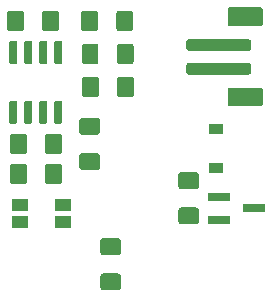
<source format=gbr>
G04 #@! TF.GenerationSoftware,KiCad,Pcbnew,(5.1.2)-2*
G04 #@! TF.CreationDate,2019-09-14T22:41:29+02:00*
G04 #@! TF.ProjectId,PlantWatering,506c616e-7457-4617-9465-72696e672e6b,rev?*
G04 #@! TF.SameCoordinates,Original*
G04 #@! TF.FileFunction,Paste,Top*
G04 #@! TF.FilePolarity,Positive*
%FSLAX46Y46*%
G04 Gerber Fmt 4.6, Leading zero omitted, Abs format (unit mm)*
G04 Created by KiCad (PCBNEW (5.1.2)-2) date 2019-09-14 22:41:29*
%MOMM*%
%LPD*%
G04 APERTURE LIST*
%ADD10C,0.100000*%
%ADD11C,1.600000*%
%ADD12C,1.000000*%
%ADD13R,1.900000X0.800000*%
%ADD14C,1.425000*%
%ADD15R,1.200000X0.900000*%
%ADD16C,0.650000*%
%ADD17R,1.400000X1.050000*%
G04 APERTURE END LIST*
D10*
G36*
X121896504Y-60513204D02*
G01*
X121920773Y-60516804D01*
X121944571Y-60522765D01*
X121967671Y-60531030D01*
X121989849Y-60541520D01*
X122010893Y-60554133D01*
X122030598Y-60568747D01*
X122048777Y-60585223D01*
X122065253Y-60603402D01*
X122079867Y-60623107D01*
X122092480Y-60644151D01*
X122102970Y-60666329D01*
X122111235Y-60689429D01*
X122117196Y-60713227D01*
X122120796Y-60737496D01*
X122122000Y-60762000D01*
X122122000Y-61862000D01*
X122120796Y-61886504D01*
X122117196Y-61910773D01*
X122111235Y-61934571D01*
X122102970Y-61957671D01*
X122092480Y-61979849D01*
X122079867Y-62000893D01*
X122065253Y-62020598D01*
X122048777Y-62038777D01*
X122030598Y-62055253D01*
X122010893Y-62069867D01*
X121989849Y-62082480D01*
X121967671Y-62092970D01*
X121944571Y-62101235D01*
X121920773Y-62107196D01*
X121896504Y-62110796D01*
X121872000Y-62112000D01*
X119372000Y-62112000D01*
X119347496Y-62110796D01*
X119323227Y-62107196D01*
X119299429Y-62101235D01*
X119276329Y-62092970D01*
X119254151Y-62082480D01*
X119233107Y-62069867D01*
X119213402Y-62055253D01*
X119195223Y-62038777D01*
X119178747Y-62020598D01*
X119164133Y-62000893D01*
X119151520Y-61979849D01*
X119141030Y-61957671D01*
X119132765Y-61934571D01*
X119126804Y-61910773D01*
X119123204Y-61886504D01*
X119122000Y-61862000D01*
X119122000Y-60762000D01*
X119123204Y-60737496D01*
X119126804Y-60713227D01*
X119132765Y-60689429D01*
X119141030Y-60666329D01*
X119151520Y-60644151D01*
X119164133Y-60623107D01*
X119178747Y-60603402D01*
X119195223Y-60585223D01*
X119213402Y-60568747D01*
X119233107Y-60554133D01*
X119254151Y-60541520D01*
X119276329Y-60531030D01*
X119299429Y-60522765D01*
X119323227Y-60516804D01*
X119347496Y-60513204D01*
X119372000Y-60512000D01*
X121872000Y-60512000D01*
X121896504Y-60513204D01*
X121896504Y-60513204D01*
G37*
D11*
X120622000Y-61312000D03*
D10*
G36*
X121896504Y-53713204D02*
G01*
X121920773Y-53716804D01*
X121944571Y-53722765D01*
X121967671Y-53731030D01*
X121989849Y-53741520D01*
X122010893Y-53754133D01*
X122030598Y-53768747D01*
X122048777Y-53785223D01*
X122065253Y-53803402D01*
X122079867Y-53823107D01*
X122092480Y-53844151D01*
X122102970Y-53866329D01*
X122111235Y-53889429D01*
X122117196Y-53913227D01*
X122120796Y-53937496D01*
X122122000Y-53962000D01*
X122122000Y-55062000D01*
X122120796Y-55086504D01*
X122117196Y-55110773D01*
X122111235Y-55134571D01*
X122102970Y-55157671D01*
X122092480Y-55179849D01*
X122079867Y-55200893D01*
X122065253Y-55220598D01*
X122048777Y-55238777D01*
X122030598Y-55255253D01*
X122010893Y-55269867D01*
X121989849Y-55282480D01*
X121967671Y-55292970D01*
X121944571Y-55301235D01*
X121920773Y-55307196D01*
X121896504Y-55310796D01*
X121872000Y-55312000D01*
X119372000Y-55312000D01*
X119347496Y-55310796D01*
X119323227Y-55307196D01*
X119299429Y-55301235D01*
X119276329Y-55292970D01*
X119254151Y-55282480D01*
X119233107Y-55269867D01*
X119213402Y-55255253D01*
X119195223Y-55238777D01*
X119178747Y-55220598D01*
X119164133Y-55200893D01*
X119151520Y-55179849D01*
X119141030Y-55157671D01*
X119132765Y-55134571D01*
X119126804Y-55110773D01*
X119123204Y-55086504D01*
X119122000Y-55062000D01*
X119122000Y-53962000D01*
X119123204Y-53937496D01*
X119126804Y-53913227D01*
X119132765Y-53889429D01*
X119141030Y-53866329D01*
X119151520Y-53844151D01*
X119164133Y-53823107D01*
X119178747Y-53803402D01*
X119195223Y-53785223D01*
X119213402Y-53768747D01*
X119233107Y-53754133D01*
X119254151Y-53741520D01*
X119276329Y-53731030D01*
X119299429Y-53722765D01*
X119323227Y-53716804D01*
X119347496Y-53713204D01*
X119372000Y-53712000D01*
X121872000Y-53712000D01*
X121896504Y-53713204D01*
X121896504Y-53713204D01*
G37*
D11*
X120622000Y-54512000D03*
D10*
G36*
X120896504Y-58413204D02*
G01*
X120920773Y-58416804D01*
X120944571Y-58422765D01*
X120967671Y-58431030D01*
X120989849Y-58441520D01*
X121010893Y-58454133D01*
X121030598Y-58468747D01*
X121048777Y-58485223D01*
X121065253Y-58503402D01*
X121079867Y-58523107D01*
X121092480Y-58544151D01*
X121102970Y-58566329D01*
X121111235Y-58589429D01*
X121117196Y-58613227D01*
X121120796Y-58637496D01*
X121122000Y-58662000D01*
X121122000Y-59162000D01*
X121120796Y-59186504D01*
X121117196Y-59210773D01*
X121111235Y-59234571D01*
X121102970Y-59257671D01*
X121092480Y-59279849D01*
X121079867Y-59300893D01*
X121065253Y-59320598D01*
X121048777Y-59338777D01*
X121030598Y-59355253D01*
X121010893Y-59369867D01*
X120989849Y-59382480D01*
X120967671Y-59392970D01*
X120944571Y-59401235D01*
X120920773Y-59407196D01*
X120896504Y-59410796D01*
X120872000Y-59412000D01*
X115872000Y-59412000D01*
X115847496Y-59410796D01*
X115823227Y-59407196D01*
X115799429Y-59401235D01*
X115776329Y-59392970D01*
X115754151Y-59382480D01*
X115733107Y-59369867D01*
X115713402Y-59355253D01*
X115695223Y-59338777D01*
X115678747Y-59320598D01*
X115664133Y-59300893D01*
X115651520Y-59279849D01*
X115641030Y-59257671D01*
X115632765Y-59234571D01*
X115626804Y-59210773D01*
X115623204Y-59186504D01*
X115622000Y-59162000D01*
X115622000Y-58662000D01*
X115623204Y-58637496D01*
X115626804Y-58613227D01*
X115632765Y-58589429D01*
X115641030Y-58566329D01*
X115651520Y-58544151D01*
X115664133Y-58523107D01*
X115678747Y-58503402D01*
X115695223Y-58485223D01*
X115713402Y-58468747D01*
X115733107Y-58454133D01*
X115754151Y-58441520D01*
X115776329Y-58431030D01*
X115799429Y-58422765D01*
X115823227Y-58416804D01*
X115847496Y-58413204D01*
X115872000Y-58412000D01*
X120872000Y-58412000D01*
X120896504Y-58413204D01*
X120896504Y-58413204D01*
G37*
D12*
X118372000Y-58912000D03*
D10*
G36*
X120896504Y-56413204D02*
G01*
X120920773Y-56416804D01*
X120944571Y-56422765D01*
X120967671Y-56431030D01*
X120989849Y-56441520D01*
X121010893Y-56454133D01*
X121030598Y-56468747D01*
X121048777Y-56485223D01*
X121065253Y-56503402D01*
X121079867Y-56523107D01*
X121092480Y-56544151D01*
X121102970Y-56566329D01*
X121111235Y-56589429D01*
X121117196Y-56613227D01*
X121120796Y-56637496D01*
X121122000Y-56662000D01*
X121122000Y-57162000D01*
X121120796Y-57186504D01*
X121117196Y-57210773D01*
X121111235Y-57234571D01*
X121102970Y-57257671D01*
X121092480Y-57279849D01*
X121079867Y-57300893D01*
X121065253Y-57320598D01*
X121048777Y-57338777D01*
X121030598Y-57355253D01*
X121010893Y-57369867D01*
X120989849Y-57382480D01*
X120967671Y-57392970D01*
X120944571Y-57401235D01*
X120920773Y-57407196D01*
X120896504Y-57410796D01*
X120872000Y-57412000D01*
X115872000Y-57412000D01*
X115847496Y-57410796D01*
X115823227Y-57407196D01*
X115799429Y-57401235D01*
X115776329Y-57392970D01*
X115754151Y-57382480D01*
X115733107Y-57369867D01*
X115713402Y-57355253D01*
X115695223Y-57338777D01*
X115678747Y-57320598D01*
X115664133Y-57300893D01*
X115651520Y-57279849D01*
X115641030Y-57257671D01*
X115632765Y-57234571D01*
X115626804Y-57210773D01*
X115623204Y-57186504D01*
X115622000Y-57162000D01*
X115622000Y-56662000D01*
X115623204Y-56637496D01*
X115626804Y-56613227D01*
X115632765Y-56589429D01*
X115641030Y-56566329D01*
X115651520Y-56544151D01*
X115664133Y-56523107D01*
X115678747Y-56503402D01*
X115695223Y-56485223D01*
X115713402Y-56468747D01*
X115733107Y-56454133D01*
X115754151Y-56441520D01*
X115776329Y-56431030D01*
X115799429Y-56422765D01*
X115823227Y-56416804D01*
X115847496Y-56413204D01*
X115872000Y-56412000D01*
X120872000Y-56412000D01*
X120896504Y-56413204D01*
X120896504Y-56413204D01*
G37*
D12*
X118372000Y-56912000D03*
D13*
X118364000Y-69789000D03*
X118364000Y-71689000D03*
X121364000Y-70739000D03*
D10*
G36*
X109869504Y-73275704D02*
G01*
X109893773Y-73279304D01*
X109917571Y-73285265D01*
X109940671Y-73293530D01*
X109962849Y-73304020D01*
X109983893Y-73316633D01*
X110003598Y-73331247D01*
X110021777Y-73347723D01*
X110038253Y-73365902D01*
X110052867Y-73385607D01*
X110065480Y-73406651D01*
X110075970Y-73428829D01*
X110084235Y-73451929D01*
X110090196Y-73475727D01*
X110093796Y-73499996D01*
X110095000Y-73524500D01*
X110095000Y-74449500D01*
X110093796Y-74474004D01*
X110090196Y-74498273D01*
X110084235Y-74522071D01*
X110075970Y-74545171D01*
X110065480Y-74567349D01*
X110052867Y-74588393D01*
X110038253Y-74608098D01*
X110021777Y-74626277D01*
X110003598Y-74642753D01*
X109983893Y-74657367D01*
X109962849Y-74669980D01*
X109940671Y-74680470D01*
X109917571Y-74688735D01*
X109893773Y-74694696D01*
X109869504Y-74698296D01*
X109845000Y-74699500D01*
X108595000Y-74699500D01*
X108570496Y-74698296D01*
X108546227Y-74694696D01*
X108522429Y-74688735D01*
X108499329Y-74680470D01*
X108477151Y-74669980D01*
X108456107Y-74657367D01*
X108436402Y-74642753D01*
X108418223Y-74626277D01*
X108401747Y-74608098D01*
X108387133Y-74588393D01*
X108374520Y-74567349D01*
X108364030Y-74545171D01*
X108355765Y-74522071D01*
X108349804Y-74498273D01*
X108346204Y-74474004D01*
X108345000Y-74449500D01*
X108345000Y-73524500D01*
X108346204Y-73499996D01*
X108349804Y-73475727D01*
X108355765Y-73451929D01*
X108364030Y-73428829D01*
X108374520Y-73406651D01*
X108387133Y-73385607D01*
X108401747Y-73365902D01*
X108418223Y-73347723D01*
X108436402Y-73331247D01*
X108456107Y-73316633D01*
X108477151Y-73304020D01*
X108499329Y-73293530D01*
X108522429Y-73285265D01*
X108546227Y-73279304D01*
X108570496Y-73275704D01*
X108595000Y-73274500D01*
X109845000Y-73274500D01*
X109869504Y-73275704D01*
X109869504Y-73275704D01*
G37*
D14*
X109220000Y-73987000D03*
D10*
G36*
X109869504Y-76250704D02*
G01*
X109893773Y-76254304D01*
X109917571Y-76260265D01*
X109940671Y-76268530D01*
X109962849Y-76279020D01*
X109983893Y-76291633D01*
X110003598Y-76306247D01*
X110021777Y-76322723D01*
X110038253Y-76340902D01*
X110052867Y-76360607D01*
X110065480Y-76381651D01*
X110075970Y-76403829D01*
X110084235Y-76426929D01*
X110090196Y-76450727D01*
X110093796Y-76474996D01*
X110095000Y-76499500D01*
X110095000Y-77424500D01*
X110093796Y-77449004D01*
X110090196Y-77473273D01*
X110084235Y-77497071D01*
X110075970Y-77520171D01*
X110065480Y-77542349D01*
X110052867Y-77563393D01*
X110038253Y-77583098D01*
X110021777Y-77601277D01*
X110003598Y-77617753D01*
X109983893Y-77632367D01*
X109962849Y-77644980D01*
X109940671Y-77655470D01*
X109917571Y-77663735D01*
X109893773Y-77669696D01*
X109869504Y-77673296D01*
X109845000Y-77674500D01*
X108595000Y-77674500D01*
X108570496Y-77673296D01*
X108546227Y-77669696D01*
X108522429Y-77663735D01*
X108499329Y-77655470D01*
X108477151Y-77644980D01*
X108456107Y-77632367D01*
X108436402Y-77617753D01*
X108418223Y-77601277D01*
X108401747Y-77583098D01*
X108387133Y-77563393D01*
X108374520Y-77542349D01*
X108364030Y-77520171D01*
X108355765Y-77497071D01*
X108349804Y-77473273D01*
X108346204Y-77449004D01*
X108345000Y-77424500D01*
X108345000Y-76499500D01*
X108346204Y-76474996D01*
X108349804Y-76450727D01*
X108355765Y-76426929D01*
X108364030Y-76403829D01*
X108374520Y-76381651D01*
X108387133Y-76360607D01*
X108401747Y-76340902D01*
X108418223Y-76322723D01*
X108436402Y-76306247D01*
X108456107Y-76291633D01*
X108477151Y-76279020D01*
X108499329Y-76268530D01*
X108522429Y-76260265D01*
X108546227Y-76254304D01*
X108570496Y-76250704D01*
X108595000Y-76249500D01*
X109845000Y-76249500D01*
X109869504Y-76250704D01*
X109869504Y-76250704D01*
G37*
D14*
X109220000Y-76962000D03*
D10*
G36*
X108091504Y-63079204D02*
G01*
X108115773Y-63082804D01*
X108139571Y-63088765D01*
X108162671Y-63097030D01*
X108184849Y-63107520D01*
X108205893Y-63120133D01*
X108225598Y-63134747D01*
X108243777Y-63151223D01*
X108260253Y-63169402D01*
X108274867Y-63189107D01*
X108287480Y-63210151D01*
X108297970Y-63232329D01*
X108306235Y-63255429D01*
X108312196Y-63279227D01*
X108315796Y-63303496D01*
X108317000Y-63328000D01*
X108317000Y-64253000D01*
X108315796Y-64277504D01*
X108312196Y-64301773D01*
X108306235Y-64325571D01*
X108297970Y-64348671D01*
X108287480Y-64370849D01*
X108274867Y-64391893D01*
X108260253Y-64411598D01*
X108243777Y-64429777D01*
X108225598Y-64446253D01*
X108205893Y-64460867D01*
X108184849Y-64473480D01*
X108162671Y-64483970D01*
X108139571Y-64492235D01*
X108115773Y-64498196D01*
X108091504Y-64501796D01*
X108067000Y-64503000D01*
X106817000Y-64503000D01*
X106792496Y-64501796D01*
X106768227Y-64498196D01*
X106744429Y-64492235D01*
X106721329Y-64483970D01*
X106699151Y-64473480D01*
X106678107Y-64460867D01*
X106658402Y-64446253D01*
X106640223Y-64429777D01*
X106623747Y-64411598D01*
X106609133Y-64391893D01*
X106596520Y-64370849D01*
X106586030Y-64348671D01*
X106577765Y-64325571D01*
X106571804Y-64301773D01*
X106568204Y-64277504D01*
X106567000Y-64253000D01*
X106567000Y-63328000D01*
X106568204Y-63303496D01*
X106571804Y-63279227D01*
X106577765Y-63255429D01*
X106586030Y-63232329D01*
X106596520Y-63210151D01*
X106609133Y-63189107D01*
X106623747Y-63169402D01*
X106640223Y-63151223D01*
X106658402Y-63134747D01*
X106678107Y-63120133D01*
X106699151Y-63107520D01*
X106721329Y-63097030D01*
X106744429Y-63088765D01*
X106768227Y-63082804D01*
X106792496Y-63079204D01*
X106817000Y-63078000D01*
X108067000Y-63078000D01*
X108091504Y-63079204D01*
X108091504Y-63079204D01*
G37*
D14*
X107442000Y-63790500D03*
D10*
G36*
X108091504Y-66054204D02*
G01*
X108115773Y-66057804D01*
X108139571Y-66063765D01*
X108162671Y-66072030D01*
X108184849Y-66082520D01*
X108205893Y-66095133D01*
X108225598Y-66109747D01*
X108243777Y-66126223D01*
X108260253Y-66144402D01*
X108274867Y-66164107D01*
X108287480Y-66185151D01*
X108297970Y-66207329D01*
X108306235Y-66230429D01*
X108312196Y-66254227D01*
X108315796Y-66278496D01*
X108317000Y-66303000D01*
X108317000Y-67228000D01*
X108315796Y-67252504D01*
X108312196Y-67276773D01*
X108306235Y-67300571D01*
X108297970Y-67323671D01*
X108287480Y-67345849D01*
X108274867Y-67366893D01*
X108260253Y-67386598D01*
X108243777Y-67404777D01*
X108225598Y-67421253D01*
X108205893Y-67435867D01*
X108184849Y-67448480D01*
X108162671Y-67458970D01*
X108139571Y-67467235D01*
X108115773Y-67473196D01*
X108091504Y-67476796D01*
X108067000Y-67478000D01*
X106817000Y-67478000D01*
X106792496Y-67476796D01*
X106768227Y-67473196D01*
X106744429Y-67467235D01*
X106721329Y-67458970D01*
X106699151Y-67448480D01*
X106678107Y-67435867D01*
X106658402Y-67421253D01*
X106640223Y-67404777D01*
X106623747Y-67386598D01*
X106609133Y-67366893D01*
X106596520Y-67345849D01*
X106586030Y-67323671D01*
X106577765Y-67300571D01*
X106571804Y-67276773D01*
X106568204Y-67252504D01*
X106567000Y-67228000D01*
X106567000Y-66303000D01*
X106568204Y-66278496D01*
X106571804Y-66254227D01*
X106577765Y-66230429D01*
X106586030Y-66207329D01*
X106596520Y-66185151D01*
X106609133Y-66164107D01*
X106623747Y-66144402D01*
X106640223Y-66126223D01*
X106658402Y-66109747D01*
X106678107Y-66095133D01*
X106699151Y-66082520D01*
X106721329Y-66072030D01*
X106744429Y-66063765D01*
X106768227Y-66057804D01*
X106792496Y-66054204D01*
X106817000Y-66053000D01*
X108067000Y-66053000D01*
X108091504Y-66054204D01*
X108091504Y-66054204D01*
G37*
D14*
X107442000Y-66765500D03*
D10*
G36*
X110977004Y-59578204D02*
G01*
X111001273Y-59581804D01*
X111025071Y-59587765D01*
X111048171Y-59596030D01*
X111070349Y-59606520D01*
X111091393Y-59619133D01*
X111111098Y-59633747D01*
X111129277Y-59650223D01*
X111145753Y-59668402D01*
X111160367Y-59688107D01*
X111172980Y-59709151D01*
X111183470Y-59731329D01*
X111191735Y-59754429D01*
X111197696Y-59778227D01*
X111201296Y-59802496D01*
X111202500Y-59827000D01*
X111202500Y-61077000D01*
X111201296Y-61101504D01*
X111197696Y-61125773D01*
X111191735Y-61149571D01*
X111183470Y-61172671D01*
X111172980Y-61194849D01*
X111160367Y-61215893D01*
X111145753Y-61235598D01*
X111129277Y-61253777D01*
X111111098Y-61270253D01*
X111091393Y-61284867D01*
X111070349Y-61297480D01*
X111048171Y-61307970D01*
X111025071Y-61316235D01*
X111001273Y-61322196D01*
X110977004Y-61325796D01*
X110952500Y-61327000D01*
X110027500Y-61327000D01*
X110002996Y-61325796D01*
X109978727Y-61322196D01*
X109954929Y-61316235D01*
X109931829Y-61307970D01*
X109909651Y-61297480D01*
X109888607Y-61284867D01*
X109868902Y-61270253D01*
X109850723Y-61253777D01*
X109834247Y-61235598D01*
X109819633Y-61215893D01*
X109807020Y-61194849D01*
X109796530Y-61172671D01*
X109788265Y-61149571D01*
X109782304Y-61125773D01*
X109778704Y-61101504D01*
X109777500Y-61077000D01*
X109777500Y-59827000D01*
X109778704Y-59802496D01*
X109782304Y-59778227D01*
X109788265Y-59754429D01*
X109796530Y-59731329D01*
X109807020Y-59709151D01*
X109819633Y-59688107D01*
X109834247Y-59668402D01*
X109850723Y-59650223D01*
X109868902Y-59633747D01*
X109888607Y-59619133D01*
X109909651Y-59606520D01*
X109931829Y-59596030D01*
X109954929Y-59587765D01*
X109978727Y-59581804D01*
X110002996Y-59578204D01*
X110027500Y-59577000D01*
X110952500Y-59577000D01*
X110977004Y-59578204D01*
X110977004Y-59578204D01*
G37*
D14*
X110490000Y-60452000D03*
D10*
G36*
X108002004Y-59578204D02*
G01*
X108026273Y-59581804D01*
X108050071Y-59587765D01*
X108073171Y-59596030D01*
X108095349Y-59606520D01*
X108116393Y-59619133D01*
X108136098Y-59633747D01*
X108154277Y-59650223D01*
X108170753Y-59668402D01*
X108185367Y-59688107D01*
X108197980Y-59709151D01*
X108208470Y-59731329D01*
X108216735Y-59754429D01*
X108222696Y-59778227D01*
X108226296Y-59802496D01*
X108227500Y-59827000D01*
X108227500Y-61077000D01*
X108226296Y-61101504D01*
X108222696Y-61125773D01*
X108216735Y-61149571D01*
X108208470Y-61172671D01*
X108197980Y-61194849D01*
X108185367Y-61215893D01*
X108170753Y-61235598D01*
X108154277Y-61253777D01*
X108136098Y-61270253D01*
X108116393Y-61284867D01*
X108095349Y-61297480D01*
X108073171Y-61307970D01*
X108050071Y-61316235D01*
X108026273Y-61322196D01*
X108002004Y-61325796D01*
X107977500Y-61327000D01*
X107052500Y-61327000D01*
X107027996Y-61325796D01*
X107003727Y-61322196D01*
X106979929Y-61316235D01*
X106956829Y-61307970D01*
X106934651Y-61297480D01*
X106913607Y-61284867D01*
X106893902Y-61270253D01*
X106875723Y-61253777D01*
X106859247Y-61235598D01*
X106844633Y-61215893D01*
X106832020Y-61194849D01*
X106821530Y-61172671D01*
X106813265Y-61149571D01*
X106807304Y-61125773D01*
X106803704Y-61101504D01*
X106802500Y-61077000D01*
X106802500Y-59827000D01*
X106803704Y-59802496D01*
X106807304Y-59778227D01*
X106813265Y-59754429D01*
X106821530Y-59731329D01*
X106832020Y-59709151D01*
X106844633Y-59688107D01*
X106859247Y-59668402D01*
X106875723Y-59650223D01*
X106893902Y-59633747D01*
X106913607Y-59619133D01*
X106934651Y-59606520D01*
X106956829Y-59596030D01*
X106979929Y-59587765D01*
X107003727Y-59581804D01*
X107027996Y-59578204D01*
X107052500Y-59577000D01*
X107977500Y-59577000D01*
X108002004Y-59578204D01*
X108002004Y-59578204D01*
G37*
D14*
X107515000Y-60452000D03*
D10*
G36*
X104881004Y-66944204D02*
G01*
X104905273Y-66947804D01*
X104929071Y-66953765D01*
X104952171Y-66962030D01*
X104974349Y-66972520D01*
X104995393Y-66985133D01*
X105015098Y-66999747D01*
X105033277Y-67016223D01*
X105049753Y-67034402D01*
X105064367Y-67054107D01*
X105076980Y-67075151D01*
X105087470Y-67097329D01*
X105095735Y-67120429D01*
X105101696Y-67144227D01*
X105105296Y-67168496D01*
X105106500Y-67193000D01*
X105106500Y-68443000D01*
X105105296Y-68467504D01*
X105101696Y-68491773D01*
X105095735Y-68515571D01*
X105087470Y-68538671D01*
X105076980Y-68560849D01*
X105064367Y-68581893D01*
X105049753Y-68601598D01*
X105033277Y-68619777D01*
X105015098Y-68636253D01*
X104995393Y-68650867D01*
X104974349Y-68663480D01*
X104952171Y-68673970D01*
X104929071Y-68682235D01*
X104905273Y-68688196D01*
X104881004Y-68691796D01*
X104856500Y-68693000D01*
X103931500Y-68693000D01*
X103906996Y-68691796D01*
X103882727Y-68688196D01*
X103858929Y-68682235D01*
X103835829Y-68673970D01*
X103813651Y-68663480D01*
X103792607Y-68650867D01*
X103772902Y-68636253D01*
X103754723Y-68619777D01*
X103738247Y-68601598D01*
X103723633Y-68581893D01*
X103711020Y-68560849D01*
X103700530Y-68538671D01*
X103692265Y-68515571D01*
X103686304Y-68491773D01*
X103682704Y-68467504D01*
X103681500Y-68443000D01*
X103681500Y-67193000D01*
X103682704Y-67168496D01*
X103686304Y-67144227D01*
X103692265Y-67120429D01*
X103700530Y-67097329D01*
X103711020Y-67075151D01*
X103723633Y-67054107D01*
X103738247Y-67034402D01*
X103754723Y-67016223D01*
X103772902Y-66999747D01*
X103792607Y-66985133D01*
X103813651Y-66972520D01*
X103835829Y-66962030D01*
X103858929Y-66953765D01*
X103882727Y-66947804D01*
X103906996Y-66944204D01*
X103931500Y-66943000D01*
X104856500Y-66943000D01*
X104881004Y-66944204D01*
X104881004Y-66944204D01*
G37*
D14*
X104394000Y-67818000D03*
D10*
G36*
X101906004Y-66944204D02*
G01*
X101930273Y-66947804D01*
X101954071Y-66953765D01*
X101977171Y-66962030D01*
X101999349Y-66972520D01*
X102020393Y-66985133D01*
X102040098Y-66999747D01*
X102058277Y-67016223D01*
X102074753Y-67034402D01*
X102089367Y-67054107D01*
X102101980Y-67075151D01*
X102112470Y-67097329D01*
X102120735Y-67120429D01*
X102126696Y-67144227D01*
X102130296Y-67168496D01*
X102131500Y-67193000D01*
X102131500Y-68443000D01*
X102130296Y-68467504D01*
X102126696Y-68491773D01*
X102120735Y-68515571D01*
X102112470Y-68538671D01*
X102101980Y-68560849D01*
X102089367Y-68581893D01*
X102074753Y-68601598D01*
X102058277Y-68619777D01*
X102040098Y-68636253D01*
X102020393Y-68650867D01*
X101999349Y-68663480D01*
X101977171Y-68673970D01*
X101954071Y-68682235D01*
X101930273Y-68688196D01*
X101906004Y-68691796D01*
X101881500Y-68693000D01*
X100956500Y-68693000D01*
X100931996Y-68691796D01*
X100907727Y-68688196D01*
X100883929Y-68682235D01*
X100860829Y-68673970D01*
X100838651Y-68663480D01*
X100817607Y-68650867D01*
X100797902Y-68636253D01*
X100779723Y-68619777D01*
X100763247Y-68601598D01*
X100748633Y-68581893D01*
X100736020Y-68560849D01*
X100725530Y-68538671D01*
X100717265Y-68515571D01*
X100711304Y-68491773D01*
X100707704Y-68467504D01*
X100706500Y-68443000D01*
X100706500Y-67193000D01*
X100707704Y-67168496D01*
X100711304Y-67144227D01*
X100717265Y-67120429D01*
X100725530Y-67097329D01*
X100736020Y-67075151D01*
X100748633Y-67054107D01*
X100763247Y-67034402D01*
X100779723Y-67016223D01*
X100797902Y-66999747D01*
X100817607Y-66985133D01*
X100838651Y-66972520D01*
X100860829Y-66962030D01*
X100883929Y-66953765D01*
X100907727Y-66947804D01*
X100931996Y-66944204D01*
X100956500Y-66943000D01*
X101881500Y-66943000D01*
X101906004Y-66944204D01*
X101906004Y-66944204D01*
G37*
D14*
X101419000Y-67818000D03*
D10*
G36*
X101906004Y-64404204D02*
G01*
X101930273Y-64407804D01*
X101954071Y-64413765D01*
X101977171Y-64422030D01*
X101999349Y-64432520D01*
X102020393Y-64445133D01*
X102040098Y-64459747D01*
X102058277Y-64476223D01*
X102074753Y-64494402D01*
X102089367Y-64514107D01*
X102101980Y-64535151D01*
X102112470Y-64557329D01*
X102120735Y-64580429D01*
X102126696Y-64604227D01*
X102130296Y-64628496D01*
X102131500Y-64653000D01*
X102131500Y-65903000D01*
X102130296Y-65927504D01*
X102126696Y-65951773D01*
X102120735Y-65975571D01*
X102112470Y-65998671D01*
X102101980Y-66020849D01*
X102089367Y-66041893D01*
X102074753Y-66061598D01*
X102058277Y-66079777D01*
X102040098Y-66096253D01*
X102020393Y-66110867D01*
X101999349Y-66123480D01*
X101977171Y-66133970D01*
X101954071Y-66142235D01*
X101930273Y-66148196D01*
X101906004Y-66151796D01*
X101881500Y-66153000D01*
X100956500Y-66153000D01*
X100931996Y-66151796D01*
X100907727Y-66148196D01*
X100883929Y-66142235D01*
X100860829Y-66133970D01*
X100838651Y-66123480D01*
X100817607Y-66110867D01*
X100797902Y-66096253D01*
X100779723Y-66079777D01*
X100763247Y-66061598D01*
X100748633Y-66041893D01*
X100736020Y-66020849D01*
X100725530Y-65998671D01*
X100717265Y-65975571D01*
X100711304Y-65951773D01*
X100707704Y-65927504D01*
X100706500Y-65903000D01*
X100706500Y-64653000D01*
X100707704Y-64628496D01*
X100711304Y-64604227D01*
X100717265Y-64580429D01*
X100725530Y-64557329D01*
X100736020Y-64535151D01*
X100748633Y-64514107D01*
X100763247Y-64494402D01*
X100779723Y-64476223D01*
X100797902Y-64459747D01*
X100817607Y-64445133D01*
X100838651Y-64432520D01*
X100860829Y-64422030D01*
X100883929Y-64413765D01*
X100907727Y-64407804D01*
X100931996Y-64404204D01*
X100956500Y-64403000D01*
X101881500Y-64403000D01*
X101906004Y-64404204D01*
X101906004Y-64404204D01*
G37*
D14*
X101419000Y-65278000D03*
D10*
G36*
X104881004Y-64404204D02*
G01*
X104905273Y-64407804D01*
X104929071Y-64413765D01*
X104952171Y-64422030D01*
X104974349Y-64432520D01*
X104995393Y-64445133D01*
X105015098Y-64459747D01*
X105033277Y-64476223D01*
X105049753Y-64494402D01*
X105064367Y-64514107D01*
X105076980Y-64535151D01*
X105087470Y-64557329D01*
X105095735Y-64580429D01*
X105101696Y-64604227D01*
X105105296Y-64628496D01*
X105106500Y-64653000D01*
X105106500Y-65903000D01*
X105105296Y-65927504D01*
X105101696Y-65951773D01*
X105095735Y-65975571D01*
X105087470Y-65998671D01*
X105076980Y-66020849D01*
X105064367Y-66041893D01*
X105049753Y-66061598D01*
X105033277Y-66079777D01*
X105015098Y-66096253D01*
X104995393Y-66110867D01*
X104974349Y-66123480D01*
X104952171Y-66133970D01*
X104929071Y-66142235D01*
X104905273Y-66148196D01*
X104881004Y-66151796D01*
X104856500Y-66153000D01*
X103931500Y-66153000D01*
X103906996Y-66151796D01*
X103882727Y-66148196D01*
X103858929Y-66142235D01*
X103835829Y-66133970D01*
X103813651Y-66123480D01*
X103792607Y-66110867D01*
X103772902Y-66096253D01*
X103754723Y-66079777D01*
X103738247Y-66061598D01*
X103723633Y-66041893D01*
X103711020Y-66020849D01*
X103700530Y-65998671D01*
X103692265Y-65975571D01*
X103686304Y-65951773D01*
X103682704Y-65927504D01*
X103681500Y-65903000D01*
X103681500Y-64653000D01*
X103682704Y-64628496D01*
X103686304Y-64604227D01*
X103692265Y-64580429D01*
X103700530Y-64557329D01*
X103711020Y-64535151D01*
X103723633Y-64514107D01*
X103738247Y-64494402D01*
X103754723Y-64476223D01*
X103772902Y-64459747D01*
X103792607Y-64445133D01*
X103813651Y-64432520D01*
X103835829Y-64422030D01*
X103858929Y-64413765D01*
X103882727Y-64407804D01*
X103906996Y-64404204D01*
X103931500Y-64403000D01*
X104856500Y-64403000D01*
X104881004Y-64404204D01*
X104881004Y-64404204D01*
G37*
D14*
X104394000Y-65278000D03*
D10*
G36*
X110904004Y-53990204D02*
G01*
X110928273Y-53993804D01*
X110952071Y-53999765D01*
X110975171Y-54008030D01*
X110997349Y-54018520D01*
X111018393Y-54031133D01*
X111038098Y-54045747D01*
X111056277Y-54062223D01*
X111072753Y-54080402D01*
X111087367Y-54100107D01*
X111099980Y-54121151D01*
X111110470Y-54143329D01*
X111118735Y-54166429D01*
X111124696Y-54190227D01*
X111128296Y-54214496D01*
X111129500Y-54239000D01*
X111129500Y-55489000D01*
X111128296Y-55513504D01*
X111124696Y-55537773D01*
X111118735Y-55561571D01*
X111110470Y-55584671D01*
X111099980Y-55606849D01*
X111087367Y-55627893D01*
X111072753Y-55647598D01*
X111056277Y-55665777D01*
X111038098Y-55682253D01*
X111018393Y-55696867D01*
X110997349Y-55709480D01*
X110975171Y-55719970D01*
X110952071Y-55728235D01*
X110928273Y-55734196D01*
X110904004Y-55737796D01*
X110879500Y-55739000D01*
X109954500Y-55739000D01*
X109929996Y-55737796D01*
X109905727Y-55734196D01*
X109881929Y-55728235D01*
X109858829Y-55719970D01*
X109836651Y-55709480D01*
X109815607Y-55696867D01*
X109795902Y-55682253D01*
X109777723Y-55665777D01*
X109761247Y-55647598D01*
X109746633Y-55627893D01*
X109734020Y-55606849D01*
X109723530Y-55584671D01*
X109715265Y-55561571D01*
X109709304Y-55537773D01*
X109705704Y-55513504D01*
X109704500Y-55489000D01*
X109704500Y-54239000D01*
X109705704Y-54214496D01*
X109709304Y-54190227D01*
X109715265Y-54166429D01*
X109723530Y-54143329D01*
X109734020Y-54121151D01*
X109746633Y-54100107D01*
X109761247Y-54080402D01*
X109777723Y-54062223D01*
X109795902Y-54045747D01*
X109815607Y-54031133D01*
X109836651Y-54018520D01*
X109858829Y-54008030D01*
X109881929Y-53999765D01*
X109905727Y-53993804D01*
X109929996Y-53990204D01*
X109954500Y-53989000D01*
X110879500Y-53989000D01*
X110904004Y-53990204D01*
X110904004Y-53990204D01*
G37*
D14*
X110417000Y-54864000D03*
D10*
G36*
X107929004Y-53990204D02*
G01*
X107953273Y-53993804D01*
X107977071Y-53999765D01*
X108000171Y-54008030D01*
X108022349Y-54018520D01*
X108043393Y-54031133D01*
X108063098Y-54045747D01*
X108081277Y-54062223D01*
X108097753Y-54080402D01*
X108112367Y-54100107D01*
X108124980Y-54121151D01*
X108135470Y-54143329D01*
X108143735Y-54166429D01*
X108149696Y-54190227D01*
X108153296Y-54214496D01*
X108154500Y-54239000D01*
X108154500Y-55489000D01*
X108153296Y-55513504D01*
X108149696Y-55537773D01*
X108143735Y-55561571D01*
X108135470Y-55584671D01*
X108124980Y-55606849D01*
X108112367Y-55627893D01*
X108097753Y-55647598D01*
X108081277Y-55665777D01*
X108063098Y-55682253D01*
X108043393Y-55696867D01*
X108022349Y-55709480D01*
X108000171Y-55719970D01*
X107977071Y-55728235D01*
X107953273Y-55734196D01*
X107929004Y-55737796D01*
X107904500Y-55739000D01*
X106979500Y-55739000D01*
X106954996Y-55737796D01*
X106930727Y-55734196D01*
X106906929Y-55728235D01*
X106883829Y-55719970D01*
X106861651Y-55709480D01*
X106840607Y-55696867D01*
X106820902Y-55682253D01*
X106802723Y-55665777D01*
X106786247Y-55647598D01*
X106771633Y-55627893D01*
X106759020Y-55606849D01*
X106748530Y-55584671D01*
X106740265Y-55561571D01*
X106734304Y-55537773D01*
X106730704Y-55513504D01*
X106729500Y-55489000D01*
X106729500Y-54239000D01*
X106730704Y-54214496D01*
X106734304Y-54190227D01*
X106740265Y-54166429D01*
X106748530Y-54143329D01*
X106759020Y-54121151D01*
X106771633Y-54100107D01*
X106786247Y-54080402D01*
X106802723Y-54062223D01*
X106820902Y-54045747D01*
X106840607Y-54031133D01*
X106861651Y-54018520D01*
X106883829Y-54008030D01*
X106906929Y-53999765D01*
X106930727Y-53993804D01*
X106954996Y-53990204D01*
X106979500Y-53989000D01*
X107904500Y-53989000D01*
X107929004Y-53990204D01*
X107929004Y-53990204D01*
G37*
D14*
X107442000Y-54864000D03*
D10*
G36*
X104627004Y-53990204D02*
G01*
X104651273Y-53993804D01*
X104675071Y-53999765D01*
X104698171Y-54008030D01*
X104720349Y-54018520D01*
X104741393Y-54031133D01*
X104761098Y-54045747D01*
X104779277Y-54062223D01*
X104795753Y-54080402D01*
X104810367Y-54100107D01*
X104822980Y-54121151D01*
X104833470Y-54143329D01*
X104841735Y-54166429D01*
X104847696Y-54190227D01*
X104851296Y-54214496D01*
X104852500Y-54239000D01*
X104852500Y-55489000D01*
X104851296Y-55513504D01*
X104847696Y-55537773D01*
X104841735Y-55561571D01*
X104833470Y-55584671D01*
X104822980Y-55606849D01*
X104810367Y-55627893D01*
X104795753Y-55647598D01*
X104779277Y-55665777D01*
X104761098Y-55682253D01*
X104741393Y-55696867D01*
X104720349Y-55709480D01*
X104698171Y-55719970D01*
X104675071Y-55728235D01*
X104651273Y-55734196D01*
X104627004Y-55737796D01*
X104602500Y-55739000D01*
X103677500Y-55739000D01*
X103652996Y-55737796D01*
X103628727Y-55734196D01*
X103604929Y-55728235D01*
X103581829Y-55719970D01*
X103559651Y-55709480D01*
X103538607Y-55696867D01*
X103518902Y-55682253D01*
X103500723Y-55665777D01*
X103484247Y-55647598D01*
X103469633Y-55627893D01*
X103457020Y-55606849D01*
X103446530Y-55584671D01*
X103438265Y-55561571D01*
X103432304Y-55537773D01*
X103428704Y-55513504D01*
X103427500Y-55489000D01*
X103427500Y-54239000D01*
X103428704Y-54214496D01*
X103432304Y-54190227D01*
X103438265Y-54166429D01*
X103446530Y-54143329D01*
X103457020Y-54121151D01*
X103469633Y-54100107D01*
X103484247Y-54080402D01*
X103500723Y-54062223D01*
X103518902Y-54045747D01*
X103538607Y-54031133D01*
X103559651Y-54018520D01*
X103581829Y-54008030D01*
X103604929Y-53999765D01*
X103628727Y-53993804D01*
X103652996Y-53990204D01*
X103677500Y-53989000D01*
X104602500Y-53989000D01*
X104627004Y-53990204D01*
X104627004Y-53990204D01*
G37*
D14*
X104140000Y-54864000D03*
D10*
G36*
X101652004Y-53990204D02*
G01*
X101676273Y-53993804D01*
X101700071Y-53999765D01*
X101723171Y-54008030D01*
X101745349Y-54018520D01*
X101766393Y-54031133D01*
X101786098Y-54045747D01*
X101804277Y-54062223D01*
X101820753Y-54080402D01*
X101835367Y-54100107D01*
X101847980Y-54121151D01*
X101858470Y-54143329D01*
X101866735Y-54166429D01*
X101872696Y-54190227D01*
X101876296Y-54214496D01*
X101877500Y-54239000D01*
X101877500Y-55489000D01*
X101876296Y-55513504D01*
X101872696Y-55537773D01*
X101866735Y-55561571D01*
X101858470Y-55584671D01*
X101847980Y-55606849D01*
X101835367Y-55627893D01*
X101820753Y-55647598D01*
X101804277Y-55665777D01*
X101786098Y-55682253D01*
X101766393Y-55696867D01*
X101745349Y-55709480D01*
X101723171Y-55719970D01*
X101700071Y-55728235D01*
X101676273Y-55734196D01*
X101652004Y-55737796D01*
X101627500Y-55739000D01*
X100702500Y-55739000D01*
X100677996Y-55737796D01*
X100653727Y-55734196D01*
X100629929Y-55728235D01*
X100606829Y-55719970D01*
X100584651Y-55709480D01*
X100563607Y-55696867D01*
X100543902Y-55682253D01*
X100525723Y-55665777D01*
X100509247Y-55647598D01*
X100494633Y-55627893D01*
X100482020Y-55606849D01*
X100471530Y-55584671D01*
X100463265Y-55561571D01*
X100457304Y-55537773D01*
X100453704Y-55513504D01*
X100452500Y-55489000D01*
X100452500Y-54239000D01*
X100453704Y-54214496D01*
X100457304Y-54190227D01*
X100463265Y-54166429D01*
X100471530Y-54143329D01*
X100482020Y-54121151D01*
X100494633Y-54100107D01*
X100509247Y-54080402D01*
X100525723Y-54062223D01*
X100543902Y-54045747D01*
X100563607Y-54031133D01*
X100584651Y-54018520D01*
X100606829Y-54008030D01*
X100629929Y-53999765D01*
X100653727Y-53993804D01*
X100677996Y-53990204D01*
X100702500Y-53989000D01*
X101627500Y-53989000D01*
X101652004Y-53990204D01*
X101652004Y-53990204D01*
G37*
D14*
X101165000Y-54864000D03*
D15*
X118110000Y-64010000D03*
X118110000Y-67310000D03*
D10*
G36*
X107965504Y-56784204D02*
G01*
X107989773Y-56787804D01*
X108013571Y-56793765D01*
X108036671Y-56802030D01*
X108058849Y-56812520D01*
X108079893Y-56825133D01*
X108099598Y-56839747D01*
X108117777Y-56856223D01*
X108134253Y-56874402D01*
X108148867Y-56894107D01*
X108161480Y-56915151D01*
X108171970Y-56937329D01*
X108180235Y-56960429D01*
X108186196Y-56984227D01*
X108189796Y-57008496D01*
X108191000Y-57033000D01*
X108191000Y-58283000D01*
X108189796Y-58307504D01*
X108186196Y-58331773D01*
X108180235Y-58355571D01*
X108171970Y-58378671D01*
X108161480Y-58400849D01*
X108148867Y-58421893D01*
X108134253Y-58441598D01*
X108117777Y-58459777D01*
X108099598Y-58476253D01*
X108079893Y-58490867D01*
X108058849Y-58503480D01*
X108036671Y-58513970D01*
X108013571Y-58522235D01*
X107989773Y-58528196D01*
X107965504Y-58531796D01*
X107941000Y-58533000D01*
X107016000Y-58533000D01*
X106991496Y-58531796D01*
X106967227Y-58528196D01*
X106943429Y-58522235D01*
X106920329Y-58513970D01*
X106898151Y-58503480D01*
X106877107Y-58490867D01*
X106857402Y-58476253D01*
X106839223Y-58459777D01*
X106822747Y-58441598D01*
X106808133Y-58421893D01*
X106795520Y-58400849D01*
X106785030Y-58378671D01*
X106776765Y-58355571D01*
X106770804Y-58331773D01*
X106767204Y-58307504D01*
X106766000Y-58283000D01*
X106766000Y-57033000D01*
X106767204Y-57008496D01*
X106770804Y-56984227D01*
X106776765Y-56960429D01*
X106785030Y-56937329D01*
X106795520Y-56915151D01*
X106808133Y-56894107D01*
X106822747Y-56874402D01*
X106839223Y-56856223D01*
X106857402Y-56839747D01*
X106877107Y-56825133D01*
X106898151Y-56812520D01*
X106920329Y-56802030D01*
X106943429Y-56793765D01*
X106967227Y-56787804D01*
X106991496Y-56784204D01*
X107016000Y-56783000D01*
X107941000Y-56783000D01*
X107965504Y-56784204D01*
X107965504Y-56784204D01*
G37*
D14*
X107478500Y-57658000D03*
D10*
G36*
X110940504Y-56784204D02*
G01*
X110964773Y-56787804D01*
X110988571Y-56793765D01*
X111011671Y-56802030D01*
X111033849Y-56812520D01*
X111054893Y-56825133D01*
X111074598Y-56839747D01*
X111092777Y-56856223D01*
X111109253Y-56874402D01*
X111123867Y-56894107D01*
X111136480Y-56915151D01*
X111146970Y-56937329D01*
X111155235Y-56960429D01*
X111161196Y-56984227D01*
X111164796Y-57008496D01*
X111166000Y-57033000D01*
X111166000Y-58283000D01*
X111164796Y-58307504D01*
X111161196Y-58331773D01*
X111155235Y-58355571D01*
X111146970Y-58378671D01*
X111136480Y-58400849D01*
X111123867Y-58421893D01*
X111109253Y-58441598D01*
X111092777Y-58459777D01*
X111074598Y-58476253D01*
X111054893Y-58490867D01*
X111033849Y-58503480D01*
X111011671Y-58513970D01*
X110988571Y-58522235D01*
X110964773Y-58528196D01*
X110940504Y-58531796D01*
X110916000Y-58533000D01*
X109991000Y-58533000D01*
X109966496Y-58531796D01*
X109942227Y-58528196D01*
X109918429Y-58522235D01*
X109895329Y-58513970D01*
X109873151Y-58503480D01*
X109852107Y-58490867D01*
X109832402Y-58476253D01*
X109814223Y-58459777D01*
X109797747Y-58441598D01*
X109783133Y-58421893D01*
X109770520Y-58400849D01*
X109760030Y-58378671D01*
X109751765Y-58355571D01*
X109745804Y-58331773D01*
X109742204Y-58307504D01*
X109741000Y-58283000D01*
X109741000Y-57033000D01*
X109742204Y-57008496D01*
X109745804Y-56984227D01*
X109751765Y-56960429D01*
X109760030Y-56937329D01*
X109770520Y-56915151D01*
X109783133Y-56894107D01*
X109797747Y-56874402D01*
X109814223Y-56856223D01*
X109832402Y-56839747D01*
X109852107Y-56825133D01*
X109873151Y-56812520D01*
X109895329Y-56802030D01*
X109918429Y-56793765D01*
X109942227Y-56787804D01*
X109966496Y-56784204D01*
X109991000Y-56783000D01*
X110916000Y-56783000D01*
X110940504Y-56784204D01*
X110940504Y-56784204D01*
G37*
D14*
X110453500Y-57658000D03*
D10*
G36*
X116473504Y-70662704D02*
G01*
X116497773Y-70666304D01*
X116521571Y-70672265D01*
X116544671Y-70680530D01*
X116566849Y-70691020D01*
X116587893Y-70703633D01*
X116607598Y-70718247D01*
X116625777Y-70734723D01*
X116642253Y-70752902D01*
X116656867Y-70772607D01*
X116669480Y-70793651D01*
X116679970Y-70815829D01*
X116688235Y-70838929D01*
X116694196Y-70862727D01*
X116697796Y-70886996D01*
X116699000Y-70911500D01*
X116699000Y-71836500D01*
X116697796Y-71861004D01*
X116694196Y-71885273D01*
X116688235Y-71909071D01*
X116679970Y-71932171D01*
X116669480Y-71954349D01*
X116656867Y-71975393D01*
X116642253Y-71995098D01*
X116625777Y-72013277D01*
X116607598Y-72029753D01*
X116587893Y-72044367D01*
X116566849Y-72056980D01*
X116544671Y-72067470D01*
X116521571Y-72075735D01*
X116497773Y-72081696D01*
X116473504Y-72085296D01*
X116449000Y-72086500D01*
X115199000Y-72086500D01*
X115174496Y-72085296D01*
X115150227Y-72081696D01*
X115126429Y-72075735D01*
X115103329Y-72067470D01*
X115081151Y-72056980D01*
X115060107Y-72044367D01*
X115040402Y-72029753D01*
X115022223Y-72013277D01*
X115005747Y-71995098D01*
X114991133Y-71975393D01*
X114978520Y-71954349D01*
X114968030Y-71932171D01*
X114959765Y-71909071D01*
X114953804Y-71885273D01*
X114950204Y-71861004D01*
X114949000Y-71836500D01*
X114949000Y-70911500D01*
X114950204Y-70886996D01*
X114953804Y-70862727D01*
X114959765Y-70838929D01*
X114968030Y-70815829D01*
X114978520Y-70793651D01*
X114991133Y-70772607D01*
X115005747Y-70752902D01*
X115022223Y-70734723D01*
X115040402Y-70718247D01*
X115060107Y-70703633D01*
X115081151Y-70691020D01*
X115103329Y-70680530D01*
X115126429Y-70672265D01*
X115150227Y-70666304D01*
X115174496Y-70662704D01*
X115199000Y-70661500D01*
X116449000Y-70661500D01*
X116473504Y-70662704D01*
X116473504Y-70662704D01*
G37*
D14*
X115824000Y-71374000D03*
D10*
G36*
X116473504Y-67687704D02*
G01*
X116497773Y-67691304D01*
X116521571Y-67697265D01*
X116544671Y-67705530D01*
X116566849Y-67716020D01*
X116587893Y-67728633D01*
X116607598Y-67743247D01*
X116625777Y-67759723D01*
X116642253Y-67777902D01*
X116656867Y-67797607D01*
X116669480Y-67818651D01*
X116679970Y-67840829D01*
X116688235Y-67863929D01*
X116694196Y-67887727D01*
X116697796Y-67911996D01*
X116699000Y-67936500D01*
X116699000Y-68861500D01*
X116697796Y-68886004D01*
X116694196Y-68910273D01*
X116688235Y-68934071D01*
X116679970Y-68957171D01*
X116669480Y-68979349D01*
X116656867Y-69000393D01*
X116642253Y-69020098D01*
X116625777Y-69038277D01*
X116607598Y-69054753D01*
X116587893Y-69069367D01*
X116566849Y-69081980D01*
X116544671Y-69092470D01*
X116521571Y-69100735D01*
X116497773Y-69106696D01*
X116473504Y-69110296D01*
X116449000Y-69111500D01*
X115199000Y-69111500D01*
X115174496Y-69110296D01*
X115150227Y-69106696D01*
X115126429Y-69100735D01*
X115103329Y-69092470D01*
X115081151Y-69081980D01*
X115060107Y-69069367D01*
X115040402Y-69054753D01*
X115022223Y-69038277D01*
X115005747Y-69020098D01*
X114991133Y-69000393D01*
X114978520Y-68979349D01*
X114968030Y-68957171D01*
X114959765Y-68934071D01*
X114953804Y-68910273D01*
X114950204Y-68886004D01*
X114949000Y-68861500D01*
X114949000Y-67936500D01*
X114950204Y-67911996D01*
X114953804Y-67887727D01*
X114959765Y-67863929D01*
X114968030Y-67840829D01*
X114978520Y-67818651D01*
X114991133Y-67797607D01*
X115005747Y-67777902D01*
X115022223Y-67759723D01*
X115040402Y-67743247D01*
X115060107Y-67728633D01*
X115081151Y-67716020D01*
X115103329Y-67705530D01*
X115126429Y-67697265D01*
X115150227Y-67691304D01*
X115174496Y-67687704D01*
X115199000Y-67686500D01*
X116449000Y-67686500D01*
X116473504Y-67687704D01*
X116473504Y-67687704D01*
G37*
D14*
X115824000Y-68399000D03*
D10*
G36*
X101143428Y-61621782D02*
G01*
X101159202Y-61624122D01*
X101174671Y-61627997D01*
X101189686Y-61633370D01*
X101204102Y-61640188D01*
X101217780Y-61648386D01*
X101230589Y-61657886D01*
X101242405Y-61668595D01*
X101253114Y-61680411D01*
X101262614Y-61693220D01*
X101270812Y-61706898D01*
X101277630Y-61721314D01*
X101283003Y-61736329D01*
X101286878Y-61751798D01*
X101289218Y-61767572D01*
X101290000Y-61783500D01*
X101290000Y-63433500D01*
X101289218Y-63449428D01*
X101286878Y-63465202D01*
X101283003Y-63480671D01*
X101277630Y-63495686D01*
X101270812Y-63510102D01*
X101262614Y-63523780D01*
X101253114Y-63536589D01*
X101242405Y-63548405D01*
X101230589Y-63559114D01*
X101217780Y-63568614D01*
X101204102Y-63576812D01*
X101189686Y-63583630D01*
X101174671Y-63589003D01*
X101159202Y-63592878D01*
X101143428Y-63595218D01*
X101127500Y-63596000D01*
X100802500Y-63596000D01*
X100786572Y-63595218D01*
X100770798Y-63592878D01*
X100755329Y-63589003D01*
X100740314Y-63583630D01*
X100725898Y-63576812D01*
X100712220Y-63568614D01*
X100699411Y-63559114D01*
X100687595Y-63548405D01*
X100676886Y-63536589D01*
X100667386Y-63523780D01*
X100659188Y-63510102D01*
X100652370Y-63495686D01*
X100646997Y-63480671D01*
X100643122Y-63465202D01*
X100640782Y-63449428D01*
X100640000Y-63433500D01*
X100640000Y-61783500D01*
X100640782Y-61767572D01*
X100643122Y-61751798D01*
X100646997Y-61736329D01*
X100652370Y-61721314D01*
X100659188Y-61706898D01*
X100667386Y-61693220D01*
X100676886Y-61680411D01*
X100687595Y-61668595D01*
X100699411Y-61657886D01*
X100712220Y-61648386D01*
X100725898Y-61640188D01*
X100740314Y-61633370D01*
X100755329Y-61627997D01*
X100770798Y-61624122D01*
X100786572Y-61621782D01*
X100802500Y-61621000D01*
X101127500Y-61621000D01*
X101143428Y-61621782D01*
X101143428Y-61621782D01*
G37*
D16*
X100965000Y-62608500D03*
D10*
G36*
X102413428Y-61621782D02*
G01*
X102429202Y-61624122D01*
X102444671Y-61627997D01*
X102459686Y-61633370D01*
X102474102Y-61640188D01*
X102487780Y-61648386D01*
X102500589Y-61657886D01*
X102512405Y-61668595D01*
X102523114Y-61680411D01*
X102532614Y-61693220D01*
X102540812Y-61706898D01*
X102547630Y-61721314D01*
X102553003Y-61736329D01*
X102556878Y-61751798D01*
X102559218Y-61767572D01*
X102560000Y-61783500D01*
X102560000Y-63433500D01*
X102559218Y-63449428D01*
X102556878Y-63465202D01*
X102553003Y-63480671D01*
X102547630Y-63495686D01*
X102540812Y-63510102D01*
X102532614Y-63523780D01*
X102523114Y-63536589D01*
X102512405Y-63548405D01*
X102500589Y-63559114D01*
X102487780Y-63568614D01*
X102474102Y-63576812D01*
X102459686Y-63583630D01*
X102444671Y-63589003D01*
X102429202Y-63592878D01*
X102413428Y-63595218D01*
X102397500Y-63596000D01*
X102072500Y-63596000D01*
X102056572Y-63595218D01*
X102040798Y-63592878D01*
X102025329Y-63589003D01*
X102010314Y-63583630D01*
X101995898Y-63576812D01*
X101982220Y-63568614D01*
X101969411Y-63559114D01*
X101957595Y-63548405D01*
X101946886Y-63536589D01*
X101937386Y-63523780D01*
X101929188Y-63510102D01*
X101922370Y-63495686D01*
X101916997Y-63480671D01*
X101913122Y-63465202D01*
X101910782Y-63449428D01*
X101910000Y-63433500D01*
X101910000Y-61783500D01*
X101910782Y-61767572D01*
X101913122Y-61751798D01*
X101916997Y-61736329D01*
X101922370Y-61721314D01*
X101929188Y-61706898D01*
X101937386Y-61693220D01*
X101946886Y-61680411D01*
X101957595Y-61668595D01*
X101969411Y-61657886D01*
X101982220Y-61648386D01*
X101995898Y-61640188D01*
X102010314Y-61633370D01*
X102025329Y-61627997D01*
X102040798Y-61624122D01*
X102056572Y-61621782D01*
X102072500Y-61621000D01*
X102397500Y-61621000D01*
X102413428Y-61621782D01*
X102413428Y-61621782D01*
G37*
D16*
X102235000Y-62608500D03*
D10*
G36*
X103683428Y-61621782D02*
G01*
X103699202Y-61624122D01*
X103714671Y-61627997D01*
X103729686Y-61633370D01*
X103744102Y-61640188D01*
X103757780Y-61648386D01*
X103770589Y-61657886D01*
X103782405Y-61668595D01*
X103793114Y-61680411D01*
X103802614Y-61693220D01*
X103810812Y-61706898D01*
X103817630Y-61721314D01*
X103823003Y-61736329D01*
X103826878Y-61751798D01*
X103829218Y-61767572D01*
X103830000Y-61783500D01*
X103830000Y-63433500D01*
X103829218Y-63449428D01*
X103826878Y-63465202D01*
X103823003Y-63480671D01*
X103817630Y-63495686D01*
X103810812Y-63510102D01*
X103802614Y-63523780D01*
X103793114Y-63536589D01*
X103782405Y-63548405D01*
X103770589Y-63559114D01*
X103757780Y-63568614D01*
X103744102Y-63576812D01*
X103729686Y-63583630D01*
X103714671Y-63589003D01*
X103699202Y-63592878D01*
X103683428Y-63595218D01*
X103667500Y-63596000D01*
X103342500Y-63596000D01*
X103326572Y-63595218D01*
X103310798Y-63592878D01*
X103295329Y-63589003D01*
X103280314Y-63583630D01*
X103265898Y-63576812D01*
X103252220Y-63568614D01*
X103239411Y-63559114D01*
X103227595Y-63548405D01*
X103216886Y-63536589D01*
X103207386Y-63523780D01*
X103199188Y-63510102D01*
X103192370Y-63495686D01*
X103186997Y-63480671D01*
X103183122Y-63465202D01*
X103180782Y-63449428D01*
X103180000Y-63433500D01*
X103180000Y-61783500D01*
X103180782Y-61767572D01*
X103183122Y-61751798D01*
X103186997Y-61736329D01*
X103192370Y-61721314D01*
X103199188Y-61706898D01*
X103207386Y-61693220D01*
X103216886Y-61680411D01*
X103227595Y-61668595D01*
X103239411Y-61657886D01*
X103252220Y-61648386D01*
X103265898Y-61640188D01*
X103280314Y-61633370D01*
X103295329Y-61627997D01*
X103310798Y-61624122D01*
X103326572Y-61621782D01*
X103342500Y-61621000D01*
X103667500Y-61621000D01*
X103683428Y-61621782D01*
X103683428Y-61621782D01*
G37*
D16*
X103505000Y-62608500D03*
D10*
G36*
X104953428Y-61621782D02*
G01*
X104969202Y-61624122D01*
X104984671Y-61627997D01*
X104999686Y-61633370D01*
X105014102Y-61640188D01*
X105027780Y-61648386D01*
X105040589Y-61657886D01*
X105052405Y-61668595D01*
X105063114Y-61680411D01*
X105072614Y-61693220D01*
X105080812Y-61706898D01*
X105087630Y-61721314D01*
X105093003Y-61736329D01*
X105096878Y-61751798D01*
X105099218Y-61767572D01*
X105100000Y-61783500D01*
X105100000Y-63433500D01*
X105099218Y-63449428D01*
X105096878Y-63465202D01*
X105093003Y-63480671D01*
X105087630Y-63495686D01*
X105080812Y-63510102D01*
X105072614Y-63523780D01*
X105063114Y-63536589D01*
X105052405Y-63548405D01*
X105040589Y-63559114D01*
X105027780Y-63568614D01*
X105014102Y-63576812D01*
X104999686Y-63583630D01*
X104984671Y-63589003D01*
X104969202Y-63592878D01*
X104953428Y-63595218D01*
X104937500Y-63596000D01*
X104612500Y-63596000D01*
X104596572Y-63595218D01*
X104580798Y-63592878D01*
X104565329Y-63589003D01*
X104550314Y-63583630D01*
X104535898Y-63576812D01*
X104522220Y-63568614D01*
X104509411Y-63559114D01*
X104497595Y-63548405D01*
X104486886Y-63536589D01*
X104477386Y-63523780D01*
X104469188Y-63510102D01*
X104462370Y-63495686D01*
X104456997Y-63480671D01*
X104453122Y-63465202D01*
X104450782Y-63449428D01*
X104450000Y-63433500D01*
X104450000Y-61783500D01*
X104450782Y-61767572D01*
X104453122Y-61751798D01*
X104456997Y-61736329D01*
X104462370Y-61721314D01*
X104469188Y-61706898D01*
X104477386Y-61693220D01*
X104486886Y-61680411D01*
X104497595Y-61668595D01*
X104509411Y-61657886D01*
X104522220Y-61648386D01*
X104535898Y-61640188D01*
X104550314Y-61633370D01*
X104565329Y-61627997D01*
X104580798Y-61624122D01*
X104596572Y-61621782D01*
X104612500Y-61621000D01*
X104937500Y-61621000D01*
X104953428Y-61621782D01*
X104953428Y-61621782D01*
G37*
D16*
X104775000Y-62608500D03*
D10*
G36*
X104953428Y-56546782D02*
G01*
X104969202Y-56549122D01*
X104984671Y-56552997D01*
X104999686Y-56558370D01*
X105014102Y-56565188D01*
X105027780Y-56573386D01*
X105040589Y-56582886D01*
X105052405Y-56593595D01*
X105063114Y-56605411D01*
X105072614Y-56618220D01*
X105080812Y-56631898D01*
X105087630Y-56646314D01*
X105093003Y-56661329D01*
X105096878Y-56676798D01*
X105099218Y-56692572D01*
X105100000Y-56708500D01*
X105100000Y-58358500D01*
X105099218Y-58374428D01*
X105096878Y-58390202D01*
X105093003Y-58405671D01*
X105087630Y-58420686D01*
X105080812Y-58435102D01*
X105072614Y-58448780D01*
X105063114Y-58461589D01*
X105052405Y-58473405D01*
X105040589Y-58484114D01*
X105027780Y-58493614D01*
X105014102Y-58501812D01*
X104999686Y-58508630D01*
X104984671Y-58514003D01*
X104969202Y-58517878D01*
X104953428Y-58520218D01*
X104937500Y-58521000D01*
X104612500Y-58521000D01*
X104596572Y-58520218D01*
X104580798Y-58517878D01*
X104565329Y-58514003D01*
X104550314Y-58508630D01*
X104535898Y-58501812D01*
X104522220Y-58493614D01*
X104509411Y-58484114D01*
X104497595Y-58473405D01*
X104486886Y-58461589D01*
X104477386Y-58448780D01*
X104469188Y-58435102D01*
X104462370Y-58420686D01*
X104456997Y-58405671D01*
X104453122Y-58390202D01*
X104450782Y-58374428D01*
X104450000Y-58358500D01*
X104450000Y-56708500D01*
X104450782Y-56692572D01*
X104453122Y-56676798D01*
X104456997Y-56661329D01*
X104462370Y-56646314D01*
X104469188Y-56631898D01*
X104477386Y-56618220D01*
X104486886Y-56605411D01*
X104497595Y-56593595D01*
X104509411Y-56582886D01*
X104522220Y-56573386D01*
X104535898Y-56565188D01*
X104550314Y-56558370D01*
X104565329Y-56552997D01*
X104580798Y-56549122D01*
X104596572Y-56546782D01*
X104612500Y-56546000D01*
X104937500Y-56546000D01*
X104953428Y-56546782D01*
X104953428Y-56546782D01*
G37*
D16*
X104775000Y-57533500D03*
D10*
G36*
X103683428Y-56546782D02*
G01*
X103699202Y-56549122D01*
X103714671Y-56552997D01*
X103729686Y-56558370D01*
X103744102Y-56565188D01*
X103757780Y-56573386D01*
X103770589Y-56582886D01*
X103782405Y-56593595D01*
X103793114Y-56605411D01*
X103802614Y-56618220D01*
X103810812Y-56631898D01*
X103817630Y-56646314D01*
X103823003Y-56661329D01*
X103826878Y-56676798D01*
X103829218Y-56692572D01*
X103830000Y-56708500D01*
X103830000Y-58358500D01*
X103829218Y-58374428D01*
X103826878Y-58390202D01*
X103823003Y-58405671D01*
X103817630Y-58420686D01*
X103810812Y-58435102D01*
X103802614Y-58448780D01*
X103793114Y-58461589D01*
X103782405Y-58473405D01*
X103770589Y-58484114D01*
X103757780Y-58493614D01*
X103744102Y-58501812D01*
X103729686Y-58508630D01*
X103714671Y-58514003D01*
X103699202Y-58517878D01*
X103683428Y-58520218D01*
X103667500Y-58521000D01*
X103342500Y-58521000D01*
X103326572Y-58520218D01*
X103310798Y-58517878D01*
X103295329Y-58514003D01*
X103280314Y-58508630D01*
X103265898Y-58501812D01*
X103252220Y-58493614D01*
X103239411Y-58484114D01*
X103227595Y-58473405D01*
X103216886Y-58461589D01*
X103207386Y-58448780D01*
X103199188Y-58435102D01*
X103192370Y-58420686D01*
X103186997Y-58405671D01*
X103183122Y-58390202D01*
X103180782Y-58374428D01*
X103180000Y-58358500D01*
X103180000Y-56708500D01*
X103180782Y-56692572D01*
X103183122Y-56676798D01*
X103186997Y-56661329D01*
X103192370Y-56646314D01*
X103199188Y-56631898D01*
X103207386Y-56618220D01*
X103216886Y-56605411D01*
X103227595Y-56593595D01*
X103239411Y-56582886D01*
X103252220Y-56573386D01*
X103265898Y-56565188D01*
X103280314Y-56558370D01*
X103295329Y-56552997D01*
X103310798Y-56549122D01*
X103326572Y-56546782D01*
X103342500Y-56546000D01*
X103667500Y-56546000D01*
X103683428Y-56546782D01*
X103683428Y-56546782D01*
G37*
D16*
X103505000Y-57533500D03*
D10*
G36*
X102413428Y-56546782D02*
G01*
X102429202Y-56549122D01*
X102444671Y-56552997D01*
X102459686Y-56558370D01*
X102474102Y-56565188D01*
X102487780Y-56573386D01*
X102500589Y-56582886D01*
X102512405Y-56593595D01*
X102523114Y-56605411D01*
X102532614Y-56618220D01*
X102540812Y-56631898D01*
X102547630Y-56646314D01*
X102553003Y-56661329D01*
X102556878Y-56676798D01*
X102559218Y-56692572D01*
X102560000Y-56708500D01*
X102560000Y-58358500D01*
X102559218Y-58374428D01*
X102556878Y-58390202D01*
X102553003Y-58405671D01*
X102547630Y-58420686D01*
X102540812Y-58435102D01*
X102532614Y-58448780D01*
X102523114Y-58461589D01*
X102512405Y-58473405D01*
X102500589Y-58484114D01*
X102487780Y-58493614D01*
X102474102Y-58501812D01*
X102459686Y-58508630D01*
X102444671Y-58514003D01*
X102429202Y-58517878D01*
X102413428Y-58520218D01*
X102397500Y-58521000D01*
X102072500Y-58521000D01*
X102056572Y-58520218D01*
X102040798Y-58517878D01*
X102025329Y-58514003D01*
X102010314Y-58508630D01*
X101995898Y-58501812D01*
X101982220Y-58493614D01*
X101969411Y-58484114D01*
X101957595Y-58473405D01*
X101946886Y-58461589D01*
X101937386Y-58448780D01*
X101929188Y-58435102D01*
X101922370Y-58420686D01*
X101916997Y-58405671D01*
X101913122Y-58390202D01*
X101910782Y-58374428D01*
X101910000Y-58358500D01*
X101910000Y-56708500D01*
X101910782Y-56692572D01*
X101913122Y-56676798D01*
X101916997Y-56661329D01*
X101922370Y-56646314D01*
X101929188Y-56631898D01*
X101937386Y-56618220D01*
X101946886Y-56605411D01*
X101957595Y-56593595D01*
X101969411Y-56582886D01*
X101982220Y-56573386D01*
X101995898Y-56565188D01*
X102010314Y-56558370D01*
X102025329Y-56552997D01*
X102040798Y-56549122D01*
X102056572Y-56546782D01*
X102072500Y-56546000D01*
X102397500Y-56546000D01*
X102413428Y-56546782D01*
X102413428Y-56546782D01*
G37*
D16*
X102235000Y-57533500D03*
D10*
G36*
X101143428Y-56546782D02*
G01*
X101159202Y-56549122D01*
X101174671Y-56552997D01*
X101189686Y-56558370D01*
X101204102Y-56565188D01*
X101217780Y-56573386D01*
X101230589Y-56582886D01*
X101242405Y-56593595D01*
X101253114Y-56605411D01*
X101262614Y-56618220D01*
X101270812Y-56631898D01*
X101277630Y-56646314D01*
X101283003Y-56661329D01*
X101286878Y-56676798D01*
X101289218Y-56692572D01*
X101290000Y-56708500D01*
X101290000Y-58358500D01*
X101289218Y-58374428D01*
X101286878Y-58390202D01*
X101283003Y-58405671D01*
X101277630Y-58420686D01*
X101270812Y-58435102D01*
X101262614Y-58448780D01*
X101253114Y-58461589D01*
X101242405Y-58473405D01*
X101230589Y-58484114D01*
X101217780Y-58493614D01*
X101204102Y-58501812D01*
X101189686Y-58508630D01*
X101174671Y-58514003D01*
X101159202Y-58517878D01*
X101143428Y-58520218D01*
X101127500Y-58521000D01*
X100802500Y-58521000D01*
X100786572Y-58520218D01*
X100770798Y-58517878D01*
X100755329Y-58514003D01*
X100740314Y-58508630D01*
X100725898Y-58501812D01*
X100712220Y-58493614D01*
X100699411Y-58484114D01*
X100687595Y-58473405D01*
X100676886Y-58461589D01*
X100667386Y-58448780D01*
X100659188Y-58435102D01*
X100652370Y-58420686D01*
X100646997Y-58405671D01*
X100643122Y-58390202D01*
X100640782Y-58374428D01*
X100640000Y-58358500D01*
X100640000Y-56708500D01*
X100640782Y-56692572D01*
X100643122Y-56676798D01*
X100646997Y-56661329D01*
X100652370Y-56646314D01*
X100659188Y-56631898D01*
X100667386Y-56618220D01*
X100676886Y-56605411D01*
X100687595Y-56593595D01*
X100699411Y-56582886D01*
X100712220Y-56573386D01*
X100725898Y-56565188D01*
X100740314Y-56558370D01*
X100755329Y-56552997D01*
X100770798Y-56549122D01*
X100786572Y-56546782D01*
X100802500Y-56546000D01*
X101127500Y-56546000D01*
X101143428Y-56546782D01*
X101143428Y-56546782D01*
G37*
D16*
X100965000Y-57533500D03*
D17*
X101556000Y-71882000D03*
X105156000Y-71882000D03*
X101556000Y-70442000D03*
X105156000Y-70442000D03*
M02*

</source>
